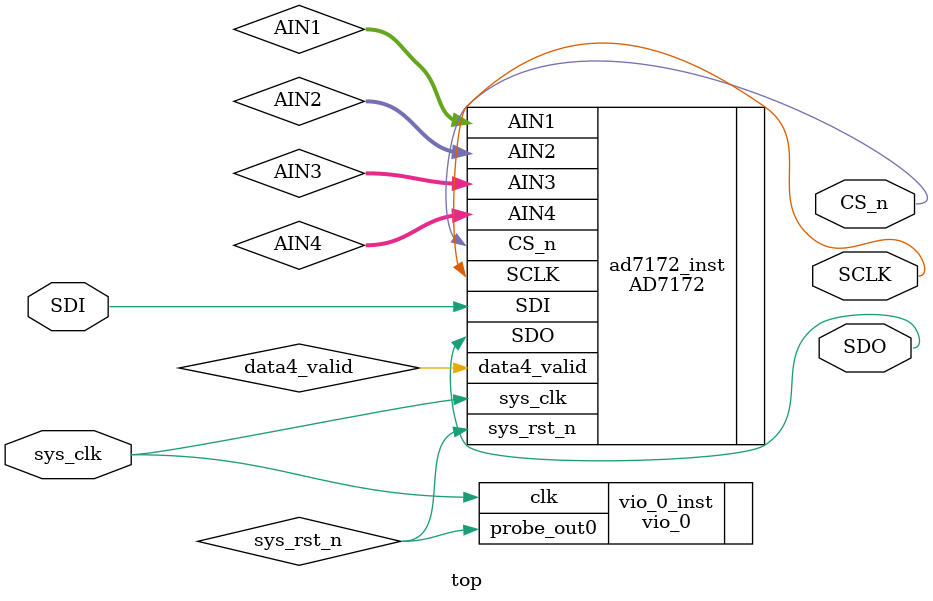
<source format=v>
module top(
    input           sys_clk,
    // input           sys_rst_n,

    output          SCLK,
    input           SDI,
    output          SDO,
    output          CS_n

);


    wire  [23:0]  AIN4;
    wire  [23:0]  AIN3;
    wire  [23:0]  AIN2;
    wire  [23:0]  AIN1;

    wire		  data4_valid;//ch3数据有效，同时可以表示ch0 -> ch3一个周期的循环结束

    wire          sys_rst_n;

vio_0 vio_0_inst (
  .clk(sys_clk),                // input wire clk
  .probe_out0(sys_rst_n)  // output wire [0 : 0] probe_out0
);


 AD7172#
(
    .SYS_CLK_FREQ(8'd50),
    //16bit CFG :1bit 使能； 1bit none； 2bit 选择寄存器组； 2bit none； 5bit 正端； 5bit 负端
    .CHANNEL0_CFG({1'b1, 1'b0, 2'b00, 2'b00, 5'b00001, 5'b00000}),//AIN1
    .CHANNEL1_CFG({1'b1, 1'b0, 2'b00, 2'b00, 5'b00010, 5'b00000}),//AIN2
    .CHANNEL2_CFG({1'b1, 1'b0, 2'b00, 2'b00, 5'b00011, 5'b00000}),//AIN3
    .CHANNEL3_CFG({1'b1, 1'b0, 2'b00, 2'b00, 5'b00100, 5'b00000})//AIN4
) ad7172_inst(

    .sys_clk 		(sys_clk),
    .sys_rst_n		(sys_rst_n),

    .SCLK 			(SCLK),
    .SDI 			(SDI ),
    .SDO 			(SDO ),
    .CS_n 			(CS_n),

    .AIN4			(AIN4),
    .AIN3			(AIN3),
    .AIN2			(AIN2),
    .AIN1			(AIN1),
    .data4_valid	(data4_valid)//ch3数据有效，同时可以表示ch0 -> ch3一个周期的循环结束
);


endmodule
</source>
